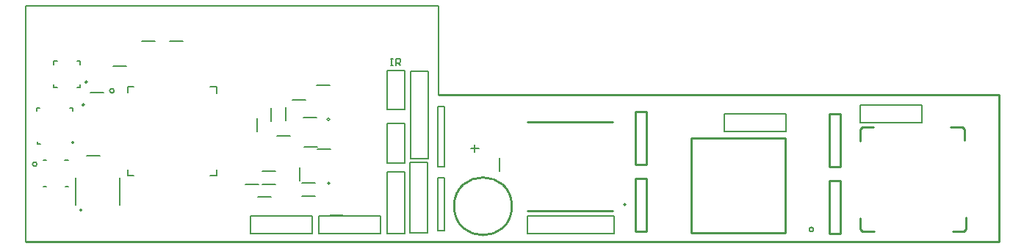
<source format=gto>
G04 Layer_Color=65535*
%FSLAX23Y23*%
%MOIN*%
G70*
G01*
G75*
%ADD37C,0.006*%
%ADD38C,0.010*%
%ADD83C,0.005*%
%ADD84C,0.006*%
%ADD85C,0.007*%
D37*
X626Y4643D02*
G03*
X626Y4643I-5J0D01*
G01*
X588Y4949D02*
G03*
X588Y4949I-5J0D01*
G01*
X421Y4851D02*
G03*
X421Y4851I-10J0D01*
G01*
X650Y5223D02*
G03*
X650Y5223I-6J0D01*
G01*
X637Y5121D02*
G03*
X637Y5121I-6J0D01*
G01*
X1749Y5054D02*
G03*
X1749Y5054I-6J0D01*
G01*
X1751Y4765D02*
G03*
X1751Y4765I-6J0D01*
G01*
X597Y4666D02*
Y4788D01*
X797Y4666D02*
Y4788D01*
X421Y5106D02*
X432D01*
X584Y5094D02*
Y5105D01*
X422Y4942D02*
Y4954D01*
X1630Y5064D02*
X1690D01*
X2010Y4815D02*
X2090D01*
Y4535D02*
Y4815D01*
X2010Y4535D02*
Y4815D01*
Y4535D02*
X2090D01*
X550Y4751D02*
X562D01*
X451Y4871D02*
X463D01*
X548D02*
X562D01*
X451Y4751D02*
X463D01*
X1700Y4535D02*
Y4615D01*
X1980D01*
X1700Y4535D02*
X1980D01*
Y4615D01*
X2010Y4855D02*
X2090D01*
X2010D02*
Y5035D01*
X2090Y4855D02*
Y5035D01*
X2010D02*
X2090D01*
X2520Y4820D02*
Y4880D01*
X1367Y4761D02*
X1427D01*
X1420Y5000D02*
Y5060D01*
X1024Y5410D02*
X1084D01*
X897Y5411D02*
X957D01*
X1510Y4980D02*
X1570D01*
X1690Y5210D02*
X1750D01*
X1549Y5049D02*
Y5109D01*
X1693Y4918D02*
X1753D01*
X1623Y4706D02*
X1683D01*
X1623Y4766D02*
X1683D01*
X617Y5304D02*
Y5319D01*
X602D02*
X617D01*
X497D02*
X512D01*
X497Y5304D02*
Y5319D01*
Y5199D02*
Y5214D01*
Y5199D02*
X512D01*
X602D02*
X617D01*
Y5214D01*
X3820Y5000D02*
Y5080D01*
X3540Y5000D02*
X3820D01*
X3540Y5080D02*
X3820D01*
X3540Y5000D02*
Y5080D01*
X1670Y4535D02*
Y4615D01*
X1390Y4535D02*
X1670D01*
X1390Y4615D02*
X1670D01*
X1390Y4535D02*
Y4615D01*
X4435Y5040D02*
Y5120D01*
X4155Y5040D02*
X4435D01*
X4155Y5120D02*
X4435D01*
X4155Y5040D02*
Y5120D01*
X2194Y4539D02*
Y4859D01*
X2114Y4539D02*
Y4859D01*
Y4539D02*
X2194D01*
X2114Y4859D02*
X2194D01*
X2116Y4877D02*
Y5272D01*
X2196Y4877D02*
Y5272D01*
X2116D02*
X2196D01*
X2116Y4877D02*
X2196D01*
X3040Y4535D02*
Y4615D01*
X2645Y4535D02*
Y4615D01*
X3040D01*
X2645Y4535D02*
X3040D01*
X2010Y5101D02*
X2090D01*
X2010D02*
Y5276D01*
X2090Y5101D02*
Y5276D01*
X2010D02*
X2090D01*
X1443Y4758D02*
X1503D01*
X1443Y4818D02*
X1503D01*
X662Y5177D02*
X722D01*
X647Y4891D02*
X707D01*
X833Y4801D02*
X859D01*
X1750Y4620D02*
X1810D01*
X1424Y4702D02*
X1484D01*
X1580Y5144D02*
X1640D01*
X1482Y5046D02*
Y5106D01*
X1633Y4930D02*
X1693D01*
X766Y5297D02*
X826D01*
X1614Y4776D02*
Y4836D01*
X2391Y4922D02*
X2425D01*
X2408Y4905D02*
Y4939D01*
X369Y4498D02*
Y5568D01*
X2240Y4838D02*
Y5113D01*
Y4838D02*
X2270D01*
Y5113D01*
X2240D02*
X2270D01*
X2240Y4548D02*
Y4788D01*
Y4548D02*
X2270D01*
Y4788D01*
X2240D02*
X2270D01*
X369Y5568D02*
X2243D01*
Y5165D02*
Y5568D01*
D38*
X2576Y4660D02*
G03*
X2576Y4660I-131J0D01*
G01*
X2648Y5044D02*
X3033D01*
X2648Y4639D02*
X3033D01*
X4165Y5020D02*
X4215D01*
X4155Y5010D02*
X4165Y5020D01*
X4155Y4955D02*
Y5010D01*
X4165Y4545D02*
X4220D01*
X4155Y4555D02*
X4165Y4545D01*
X4155Y4555D02*
Y4605D01*
X4635Y4555D02*
Y4610D01*
X4625Y4545D02*
X4635Y4555D01*
X4575Y4545D02*
X4625D01*
X4565Y5020D02*
X4620D01*
X4630Y5010D01*
Y4960D02*
Y5010D01*
X3390Y4540D02*
Y4970D01*
X3815Y4540D02*
Y4970D01*
X3390D02*
X3815D01*
X3390Y4540D02*
X3815D01*
X369Y4498D02*
X3998D01*
X3135Y4785D02*
X3185D01*
Y4545D02*
Y4785D01*
X3135Y4545D02*
X3185D01*
X3135D02*
Y4785D01*
Y5090D02*
X3185D01*
Y4850D02*
Y5090D01*
X3135Y4850D02*
X3185D01*
X3135D02*
Y5090D01*
X4785Y4498D02*
Y4780D01*
X3998Y4498D02*
X4785D01*
X4015Y4840D02*
Y5080D01*
Y4840D02*
X4065D01*
Y5080D01*
X4015D02*
X4065D01*
X4015Y4535D02*
Y4775D01*
Y4535D02*
X4065D01*
Y4775D01*
X4015D02*
X4065D01*
X2243Y5165D02*
X4785D01*
Y4780D02*
Y5165D01*
D83*
X3093Y4669D02*
G03*
X3093Y4669I-5J0D01*
G01*
X3945Y4555D02*
G03*
X3945Y4555I-10J0D01*
G01*
X771Y5184D02*
G03*
X771Y5184I-10J0D01*
G01*
D84*
X421Y5092D02*
Y5106D01*
X570Y5105D02*
X584D01*
X422Y4942D02*
X436D01*
X833Y5175D02*
Y5203D01*
X861D01*
X833Y4801D02*
Y4825D01*
X1235Y4801D02*
Y4826D01*
X1207Y4801D02*
X1235D01*
Y5174D02*
Y5203D01*
X1205D02*
X1235D01*
D85*
X2025Y5331D02*
X2035D01*
X2030D01*
Y5301D01*
X2025D01*
X2035D01*
X2050D02*
Y5331D01*
X2065D01*
X2070Y5326D01*
Y5316D01*
X2065Y5311D01*
X2050D01*
X2060D02*
X2070Y5301D01*
M02*

</source>
